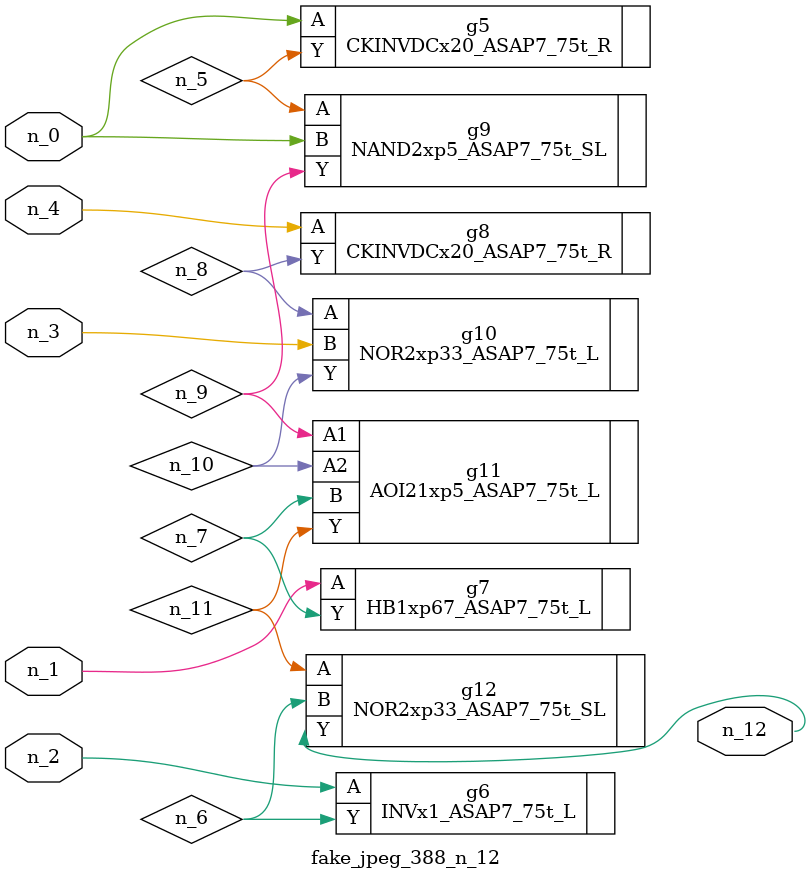
<source format=v>
module fake_jpeg_388_n_12 (n_3, n_2, n_1, n_0, n_4, n_12);

input n_3;
input n_2;
input n_1;
input n_0;
input n_4;

output n_12;

wire n_11;
wire n_10;
wire n_8;
wire n_9;
wire n_6;
wire n_5;
wire n_7;

CKINVDCx20_ASAP7_75t_R g5 ( 
.A(n_0),
.Y(n_5)
);

INVx1_ASAP7_75t_L g6 ( 
.A(n_2),
.Y(n_6)
);

HB1xp67_ASAP7_75t_L g7 ( 
.A(n_1),
.Y(n_7)
);

CKINVDCx20_ASAP7_75t_R g8 ( 
.A(n_4),
.Y(n_8)
);

NAND2xp5_ASAP7_75t_SL g9 ( 
.A(n_5),
.B(n_0),
.Y(n_9)
);

AOI21xp5_ASAP7_75t_L g11 ( 
.A1(n_9),
.A2(n_10),
.B(n_7),
.Y(n_11)
);

NOR2xp33_ASAP7_75t_L g10 ( 
.A(n_8),
.B(n_3),
.Y(n_10)
);

NOR2xp33_ASAP7_75t_SL g12 ( 
.A(n_11),
.B(n_6),
.Y(n_12)
);


endmodule
</source>
